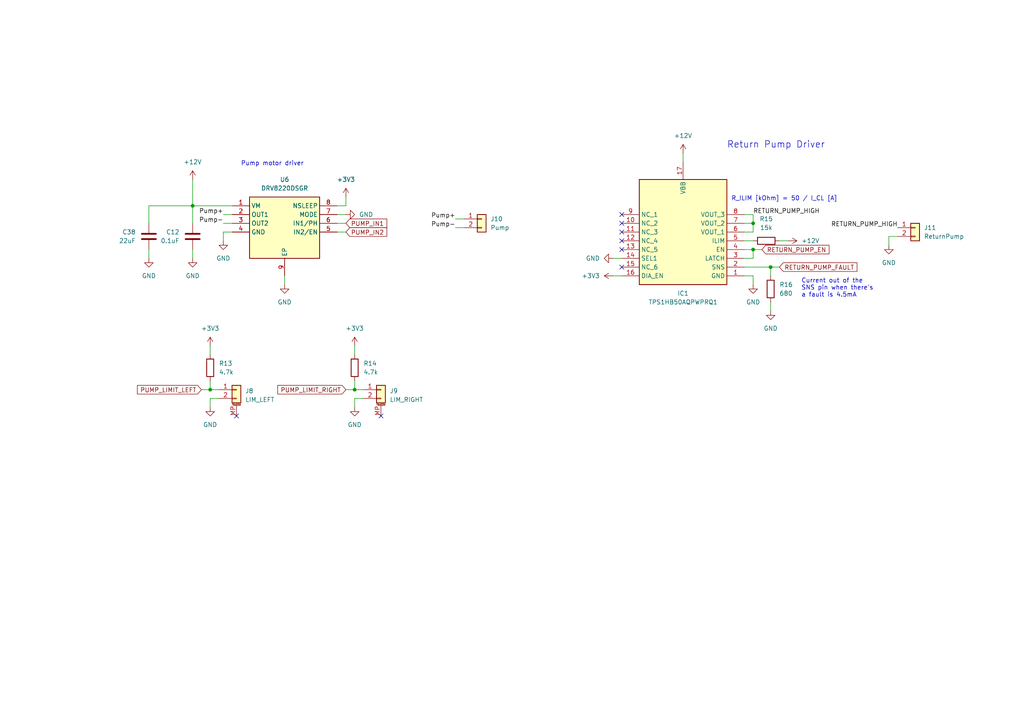
<source format=kicad_sch>
(kicad_sch (version 20231120) (generator "eeschema") (generator_version "8.0")
  (paper "A4")
  (lib_symbols
    (symbol "Connector_Generic:Conn_01x02" (pin_names (offset 1.016) hide)
      (property "Reference" "J" (at 0 2.54 0))
      (property "Value" "Conn_01x02" (at 0 -5.08 0))
      (symbol "Conn_01x02_1_1"
        (rectangle (start -1.27 -2.413) (end 0 -2.667) (stroke (width 0.1524)))
        (rectangle (start -1.27 0.127) (end 0 -0.127) (stroke (width 0.1524)))
        (rectangle (start -1.27 1.27) (end 1.27 -3.81) (stroke (width 0.254)) (fill (type background)))
        (pin passive line (at -5.08 0 0) (length 3.81) (name "Pin_1") (number "1"))
        (pin passive line (at -5.08 -2.54 0) (length 3.81) (name "Pin_2") (number "2"))
      )
    )
    (symbol "Connector_Generic_MountingPin:Conn_01x02_MountingPin" (pin_names (offset 1.016) hide)
      (property "Reference" "J" (at 0 2.54 0))
      (property "Value" "Conn_01x02_MountingPin" (at 1.27 -5.08 0))
      (symbol "Conn_01x02_MountingPin_1_1"
        (rectangle (start -1.27 -2.413) (end 0 -2.667) (stroke (width 0.1524)))
        (rectangle (start -1.27 0.127) (end 0 -0.127) (stroke (width 0.1524)))
        (rectangle (start -1.27 1.27) (end 1.27 -3.81) (stroke (width 0.254)) (fill (type background)))
        (polyline (pts (xy -1.016 -4.572) (xy 1.016 -4.572)) (stroke (width 0.1524)))
        (text "Mounting" (at 0 -4.191 0) (effects (font (size 0.381 0.381))))
        (pin passive line (at -5.08 0 0) (length 3.81) (name "Pin_1") (number "1"))
        (pin passive line (at -5.08 -2.54 0) (length 3.81) (name "Pin_2") (number "2"))
        (pin passive line (at 0 -7.62 90) (length 3.048) (name "MountPin") (number "MP"))
      )
    )
    (symbol "DRV8220DSGR:DRV8220DSGR"
      (property "Reference" "U" (at 26.67 7.62 0))
      (property "Value" "DRV8220DSGR" (at 26.67 5.08 0))
      (symbol "DRV8220DSGR_1_1"
        (rectangle (start 5.08 2.54) (end 25.4 -15.24) (stroke (width 0.254)) (fill (type background)))
        (pin passive line (at 0 0 0) (length 5.08) (name "VM") (number "1"))
        (pin passive line (at 0 -2.54 0) (length 5.08) (name "OUT1") (number "2"))
        (pin passive line (at 0 -5.08 0) (length 5.08) (name "OUT2") (number "3"))
        (pin passive line (at 0 -7.62 0) (length 5.08) (name "GND") (number "4"))
        (pin passive line (at 30.48 -7.62 180) (length 5.08) (name "IN2/EN") (number "5"))
        (pin passive line (at 30.48 -5.08 180) (length 5.08) (name "IN1/PH") (number "6"))
        (pin passive line (at 30.48 -2.54 180) (length 5.08) (name "MODE") (number "7"))
        (pin passive line (at 30.48 0 180) (length 5.08) (name "NSLEEP") (number "8"))
        (pin passive line (at 15.24 -20.32 90) (length 5.08) (name "EP") (number "9"))
      )
    )
    (symbol "Device:C" (pin_numbers hide) (pin_names (offset 0.254))
      (property "Reference" "C" (at 0.635 2.54 0))
      (property "Value" "C" (at 0.635 -2.54 0))
      (symbol "C_0_1"
        (polyline (pts (xy -2.032 -0.762) (xy 2.032 -0.762)) (stroke (width 0.508)))
        (polyline (pts (xy -2.032 0.762) (xy 2.032 0.762)) (stroke (width 0.508)))
      )
      (symbol "C_1_1"
        (pin passive line (at 0 3.81 270) (length 2.794) (name "~") (number "1"))
        (pin passive line (at 0 -3.81 90) (length 2.794) (name "~") (number "2"))
      )
    )
    (symbol "Device:R" (pin_numbers hide) (pin_names (offset 0))
      (property "Reference" "R" (at 2.032 0 90))
      (property "Value" "R" (at 0 0 90))
      (symbol "R_0_1"
        (rectangle (start -1.016 -2.54) (end 1.016 2.54) (stroke (width 0.254)))
      )
      (symbol "R_1_1"
        (pin passive line (at 0 3.81 270) (length 1.27) (name "~") (number "1"))
        (pin passive line (at 0 -3.81 90) (length 1.27) (name "~") (number "2"))
      )
    )
    (symbol "TPS1HB50AQPWPRQ1:TPS1HB50AQPWPRQ1"
      (property "Reference" "IC" (at 31.75 7.62 0))
      (property "Value" "TPS1HB50AQPWPRQ1" (at 31.75 5.08 0))
      (symbol "TPS1HB50AQPWPRQ1_1_1"
        (rectangle (start 5.08 2.54) (end 30.48 -27.94) (stroke (width 0.254)) (fill (type background)))
        (pin passive line (at 0 0 0) (length 5.08) (name "GND") (number "1"))
        (pin passive line (at 35.56 -15.24 180) (length 5.08) (name "NC_2") (number "10"))
        (pin passive line (at 35.56 -12.7 180) (length 5.08) (name "NC_3") (number "11"))
        (pin passive line (at 35.56 -10.16 180) (length 5.08) (name "NC_4") (number "12"))
        (pin passive line (at 35.56 -7.62 180) (length 5.08) (name "NC_5") (number "13"))
        (pin passive line (at 35.56 -5.08 180) (length 5.08) (name "SEL1") (number "14"))
        (pin passive line (at 35.56 -2.54 180) (length 5.08) (name "NC_6") (number "15"))
        (pin passive line (at 35.56 0 180) (length 5.08) (name "DIA_EN") (number "16"))
        (pin passive line (at 17.78 -33.02 90) (length 5.08) (name "VBB") (number "17"))
        (pin passive line (at 0 -2.54 0) (length 5.08) (name "SNS") (number "2"))
        (pin passive line (at 0 -5.08 0) (length 5.08) (name "LATCH") (number "3"))
        (pin passive line (at 0 -7.62 0) (length 5.08) (name "EN") (number "4"))
        (pin passive line (at 0 -10.16 0) (length 5.08) (name "ILIM") (number "5"))
        (pin passive line (at 0 -12.7 0) (length 5.08) (name "VOUT_1") (number "6"))
        (pin passive line (at 0 -15.24 0) (length 5.08) (name "VOUT_2") (number "7"))
        (pin passive line (at 0 -17.78 0) (length 5.08) (name "VOUT_3") (number "8"))
        (pin passive line (at 35.56 -17.78 180) (length 5.08) (name "NC_1") (number "9"))
      )
    )
    (symbol "power:+12V" (power) (pin_names (offset 0))
      (property "Value" "+12V" (at 0 3.556 0))
      (symbol "+12V_0_1"
        (polyline (pts (xy -0.762 1.27) (xy 0 2.54)))
        (polyline (pts (xy 0 0) (xy 0 2.54)))
        (polyline (pts (xy 0 2.54) (xy 0.762 1.27)))
      )
      (symbol "+12V_1_1"
        (pin power_in line (at 0 0 90) (length 0) hide (name "+12V") (number "1"))
      )
    )
    (symbol "power:+3V3" (power) (pin_names (offset 0))
      (property "Value" "+3V3" (at 0 3.556 0))
      (symbol "+3V3_0_1"
        (polyline (pts (xy -0.762 1.27) (xy 0 2.54)))
        (polyline (pts (xy 0 0) (xy 0 2.54)))
        (polyline (pts (xy 0 2.54) (xy 0.762 1.27)))
      )
      (symbol "+3V3_1_1"
        (pin power_in line (at 0 0 90) (length 0) hide (name "+3V3") (number "1"))
      )
    )
    (symbol "power:GND" (power) (pin_names (offset 0))
      (property "Value" "GND" (at 0 -3.81 0))
      (symbol "GND_0_1"
        (polyline (pts (xy 0 0) (xy 0 -1.27) (xy 1.27 -1.27) (xy 0 -2.54) (xy -1.27 -1.27) (xy 0 -1.27)))
      )
      (symbol "GND_1_1"
        (pin power_in line (at 0 0 270) (length 0) hide (name "GND") (number "1"))
      )
    )
  )
  (junction (at 55.88 59.69))
  (junction (at 223.52 77.47))
  (junction (at 218.44 72.39))
  (junction (at 102.87 113.03))
  (junction (at 60.96 113.03))
  (junction (at 218.44 64.77))
  (no_connect (at 110.49 120.65))
  (no_connect (at 180.34 62.23))
  (no_connect (at 180.34 72.39))
  (no_connect (at 180.34 69.85))
  (no_connect (at 68.58 120.65))
  (no_connect (at 180.34 67.31))
  (no_connect (at 180.34 77.47))
  (no_connect (at 180.34 64.77))
  (wire (pts (xy 97.79 67.31) (xy 100.33 67.31)))
  (wire (pts (xy 64.77 67.31) (xy 67.31 67.31)))
  (wire (pts (xy 60.96 100.33) (xy 60.96 102.87)))
  (wire (pts (xy 55.88 59.69) (xy 55.88 64.77)))
  (wire (pts (xy 55.88 52.07) (xy 55.88 59.69)))
  (wire (pts (xy 218.44 74.93) (xy 218.44 72.39)))
  (wire (pts (xy 60.96 118.11) (xy 60.96 115.57)))
  (wire (pts (xy 226.06 69.85) (xy 228.6 69.85)))
  (wire (pts (xy 82.55 80.01) (xy 82.55 82.55)))
  (wire (pts (xy 100.33 113.03) (xy 102.87 113.03)))
  (wire (pts (xy 223.52 77.47) (xy 223.52 80.01)))
  (wire (pts (xy 218.44 72.39) (xy 220.98 72.39)))
  (wire (pts (xy 64.77 69.85) (xy 64.77 67.31)))
  (wire (pts (xy 132.08 63.5) (xy 134.62 63.5)))
  (wire (pts (xy 60.96 113.03) (xy 63.5 113.03)))
  (wire (pts (xy 55.88 59.69) (xy 43.18 59.69)))
  (wire (pts (xy 215.9 72.39) (xy 218.44 72.39)))
  (wire (pts (xy 97.79 62.23) (xy 100.33 62.23)))
  (wire (pts (xy 223.52 87.63) (xy 223.52 90.17)))
  (wire (pts (xy 60.96 115.57) (xy 63.5 115.57)))
  (wire (pts (xy 215.9 77.47) (xy 223.52 77.47)))
  (wire (pts (xy 215.9 62.23) (xy 218.44 62.23)))
  (wire (pts (xy 134.62 66.04) (xy 132.08 66.04)))
  (wire (pts (xy 223.52 77.47) (xy 226.06 77.47)))
  (wire (pts (xy 43.18 72.39) (xy 43.18 74.93)))
  (wire (pts (xy 177.8 80.01) (xy 180.34 80.01)))
  (wire (pts (xy 218.44 62.23) (xy 218.44 64.77)))
  (wire (pts (xy 60.96 110.49) (xy 60.96 113.03)))
  (wire (pts (xy 215.9 80.01) (xy 218.44 80.01)))
  (wire (pts (xy 257.81 71.12) (xy 257.81 68.58)))
  (wire (pts (xy 218.44 82.55) (xy 218.44 80.01)))
  (wire (pts (xy 100.33 59.69) (xy 97.79 59.69)))
  (wire (pts (xy 102.87 115.57) (xy 105.41 115.57)))
  (wire (pts (xy 257.81 68.58) (xy 260.35 68.58)))
  (wire (pts (xy 55.88 72.39) (xy 55.88 74.93)))
  (wire (pts (xy 177.8 74.93) (xy 180.34 74.93)))
  (wire (pts (xy 102.87 110.49) (xy 102.87 113.03)))
  (wire (pts (xy 215.9 64.77) (xy 218.44 64.77)))
  (wire (pts (xy 58.42 113.03) (xy 60.96 113.03)))
  (wire (pts (xy 218.44 67.31) (xy 215.9 67.31)))
  (wire (pts (xy 215.9 74.93) (xy 218.44 74.93)))
  (wire (pts (xy 198.12 46.99) (xy 198.12 44.45)))
  (wire (pts (xy 215.9 69.85) (xy 218.44 69.85)))
  (wire (pts (xy 67.31 59.69) (xy 55.88 59.69)))
  (wire (pts (xy 102.87 118.11) (xy 102.87 115.57)))
  (wire (pts (xy 218.44 64.77) (xy 218.44 67.31)))
  (wire (pts (xy 102.87 100.33) (xy 102.87 102.87)))
  (wire (pts (xy 100.33 57.15) (xy 100.33 59.69)))
  (wire (pts (xy 97.79 64.77) (xy 100.33 64.77)))
  (wire (pts (xy 64.77 64.77) (xy 67.31 64.77)))
  (wire (pts (xy 43.18 59.69) (xy 43.18 64.77)))
  (wire (pts (xy 102.87 113.03) (xy 105.41 113.03)))
  (wire (pts (xy 64.77 62.23) (xy 67.31 62.23)))
  (text "R_ILIM [kOhm] = 50 / I_CL [A]" (at 212.09 58.42 0) (effects (font (size 1.27 1.27)) (justify left bottom)))
  (text "Current out of the\nSNS pin when there's\na fault is 4.5mA" (at 232.41 86.36 0) (effects (font (size 1.27 1.27)) (justify left bottom)))
  (text "Return Pump Driver" (at 210.82 43.18 0) (effects (font (size 1.905 1.905)) (justify left bottom)))
  (text "Pump motor driver" (at 69.85 48.26 0) (effects (font (size 1.27 1.27)) (justify left bottom)))
  (label "RETURN_PUMP_HIGH" (at 260.35 66.04 180))
  (label "RETURN_PUMP_HIGH" (at 218.44 62.23 0))
  (label "Pump+" (at 132.08 63.5 180))
  (label "Pump+" (at 64.77 62.23 180))
  (label "Pump-" (at 132.08 66.04 180))
  (label "Pump-" (at 64.77 64.77 180))
  (global_label "PUMP_IN1" (shape input) (at 100.33 64.77 0) (property "Intersheetrefs" "${INTERSHEET_REFS}" (effects (hide yes))))
  (global_label "RETURN_PUMP_FAULT" (shape input) (at 226.06 77.47 0) (property "Intersheetrefs" "${INTERSHEET_REFS}" (effects (hide yes))))
  (global_label "PUMP_LIMIT_LEFT" (shape input) (at 58.42 113.03 180) (property "Intersheetrefs" "${INTERSHEET_REFS}" (effects (hide yes))))
  (global_label "RETURN_PUMP_EN" (shape input) (at 220.98 72.39 0) (property "Intersheetrefs" "${INTERSHEET_REFS}" (effects (hide yes))))
  (global_label "PUMP_IN2" (shape input) (at 100.33 67.31 0) (property "Intersheetrefs" "${INTERSHEET_REFS}" (effects (hide yes))))
  (global_label "PUMP_LIMIT_RIGHT" (shape input) (at 100.33 113.03 180) (property "Intersheetrefs" "${INTERSHEET_REFS}" (effects (hide yes))))
  (symbol (lib_id "power:GND") (at 100.33 62.23 90) (unit 1)
    (property "Reference" "#PWR0152" (effects (hide yes)))
    (property "Value" "GND" (at 104.14 62.23 90) (effects (justify right)))
  )
  (symbol (lib_id "power:GND") (at 177.8 74.93 270) (unit 1)
    (property "Reference" "#PWR084" (effects (hide yes)))
    (property "Value" "GND" (at 173.99 74.93 90) (effects (justify right)))
  )
  (symbol (lib_id "TPS1HB50AQPWPRQ1:TPS1HB50AQPWPRQ1") (at 215.9 80.01 180) (unit 1)
    (property "Reference" "IC1" (at 198.12 85.09 0))
    (property "Value" "TPS1HB50AQPWPRQ1" (at 198.12 87.63 0))
    (property "Footprint" "Package_SO:HTSSOP-16-1EP_4.4x5mm_P0.65mm_EP3.4x5mm_Mask3x3mm_ThermalVias" (effects (hide yes)))
    (property "Datasheet" "https://www.ti.com/lit/ds/symlink/tps1hb50-q1.pdf?ts=1623230903557&ref_url=https%253A%252F%252Fwww.ti.com%252Fstore%252Fti%252Fen%252Fp%252Fproduct%252F%253Fp%253DTPS1HB50AQPWPRQ1%2526keyMatch%253DTPS1HB50AQPWPRQ1%2526tisearch%253Dsearch-everything%2526us" (effects (hide yes)))
    (property "Height" "1.2" (effects (hide yes)))
    (property "Manufacturer_Name" "Texas Instruments" (effects (hide yes)))
    (property "Manufacturer_Part_Number" "TPS1HB50AQPWPRQ1" (effects (hide yes)))
    (property "Mouser Part Number" "595-TPS1HB50AQPWPRQ1" (effects (hide yes)))
    (property "Mouser Price/Stock" "https://www.mouser.co.uk/ProductDetail/Texas-Instruments/TPS1HB50AQPWPRQ1?qs=KUoIvG%2F9Ilb5Sav9qhsjzQ%3D%3D" (effects (hide yes)))
  )
  (symbol (lib_id "power:+12V") (at 55.88 52.07 0) (mirror y) (unit 1)
    (property "Reference" "#PWR082" (effects (hide yes)))
    (property "Value" "+12V" (at 55.88 46.99 0))
  )
  (symbol (lib_id "power:+3V3") (at 102.87 100.33 0) (unit 1)
    (property "Reference" "#PWR080" (effects (hide yes)))
    (property "Value" "+3V3" (at 102.87 95.25 0))
  )
  (symbol (lib_id "Device:R") (at 102.87 106.68 0) (unit 1)
    (property "Reference" "R14" (at 105.41 105.41 0) (effects (justify left)))
    (property "Value" "4.7k" (at 105.41 107.95 0) (effects (justify left)))
    (property "Footprint" "Resistor_SMD:R_0603_1608Metric_Pad0.98x0.95mm_HandSolder" (effects (hide yes)))
  )
  (symbol (lib_id "Connector_Generic_MountingPin:Conn_01x02_MountingPin") (at 110.49 113.03 0) (unit 1)
    (property "Reference" "J9" (at 113.03 113.3856 0) (effects (justify left)))
    (property "Value" "LIM_RIGHT" (at 113.03 115.9256 0) (effects (justify left)))
    (property "Footprint" "Connector_JST:JST_SH_SM02B-SRSS-TB_1x02-1MP_P1.00mm_Horizontal" (effects (hide yes)))
  )
  (symbol (lib_id "DRV8220DSGR:DRV8220DSGR") (at 67.31 59.69 0) (unit 1)
    (property "Reference" "U6" (at 82.55 52.07 0))
    (property "Value" "DRV8220DSGR" (at 82.55 54.61 0))
    (property "Footprint" "footprints:SON50P200X200X80-9N" (effects (hide yes)))
    (property "Datasheet" "https://www.ti.com/lit/gpn/drv8220" (effects (hide yes)))
    (property "Height" "0.8" (effects (hide yes)))
    (property "Manufacturer_Name" "Texas Instruments" (effects (hide yes)))
    (property "Manufacturer_Part_Number" "DRV8220DSGR" (effects (hide yes)))
    (property "Mouser Part Number" "595-DRV8220DSGR" (effects (hide yes)))
    (property "Mouser Price/Stock" "https://www.mouser.co.uk/ProductDetail/Texas-Instruments/DRV8220DSGR?qs=A6eO%252BMLsxmR1BpX9iMystg%3D%3D" (effects (hide yes)))
    (property "Arrow Part Number" "DRV8220DSGR" (effects (hide yes)))
    (property "Arrow Price/Stock" "https://www.arrow.com/en/products/drv8220dsgr/texas-instruments?region=nac" (effects (hide yes)))
  )
  (symbol (lib_id "Device:R") (at 222.25 69.85 90) (unit 1)
    (property "Reference" "R15" (at 222.25 63.5 90))
    (property "Value" "15k" (at 222.25 66.04 90))
    (property "Footprint" "Resistor_SMD:R_0603_1608Metric_Pad0.98x0.95mm_HandSolder" (effects (hide yes)))
  )
  (symbol (lib_id "Connector_Generic:Conn_01x02") (at 265.43 66.04 0) (unit 1)
    (property "Reference" "J11" (at 267.97 66.04 0) (effects (justify left)))
    (property "Value" "ReturnPump" (at 267.97 68.58 0) (effects (justify left)))
    (property "Footprint" "Connector_JST:JST_XA_S02B-XASK-1_1x02_P2.50mm_Horizontal" (effects (hide yes)))
  )
  (symbol (lib_id "power:GND") (at 55.88 74.93 0) (mirror y) (unit 1)
    (property "Reference" "#PWR083" (effects (hide yes)))
    (property "Value" "GND" (at 55.88 80.01 0))
  )
  (symbol (lib_id "power:+3V3") (at 177.8 80.01 90) (unit 1)
    (property "Reference" "#PWR085" (effects (hide yes)))
    (property "Value" "+3V3" (at 173.99 80.01 90) (effects (justify left)))
  )
  (symbol (lib_id "power:GND") (at 102.87 118.11 0) (unit 1)
    (property "Reference" "#PWR081" (effects (hide yes)))
    (property "Value" "GND" (at 102.87 123.19 0))
  )
  (symbol (lib_id "power:GND") (at 82.55 82.55 0) (unit 1)
    (property "Reference" "#PWR079" (effects (hide yes)))
    (property "Value" "GND" (at 82.55 87.63 0))
  )
  (symbol (lib_id "power:GND") (at 64.77 69.85 0) (unit 1)
    (property "Reference" "#PWR0154" (effects (hide yes)))
    (property "Value" "GND" (at 64.77 74.93 0))
  )
  (symbol (lib_id "Device:R") (at 223.52 83.82 0) (unit 1)
    (property "Reference" "R16" (at 226.06 82.55 0) (effects (justify left)))
    (property "Value" "680" (at 226.06 85.09 0) (effects (justify left)))
    (property "Footprint" "Resistor_SMD:R_0603_1608Metric_Pad0.98x0.95mm_HandSolder" (effects (hide yes)))
  )
  (symbol (lib_id "Connector_Generic:Conn_01x02") (at 139.7 63.5 0) (unit 1)
    (property "Reference" "J10" (at 142.24 63.5 0) (effects (justify left)))
    (property "Value" "Pump" (at 142.24 66.04 0) (effects (justify left)))
    (property "Footprint" "Connector_JST:JST_XA_S02B-XASK-1_1x02_P2.50mm_Horizontal" (effects (hide yes)))
  )
  (symbol (lib_id "power:GND") (at 257.81 71.12 0) (unit 1)
    (property "Reference" "#PWR090" (effects (hide yes)))
    (property "Value" "GND" (at 257.81 76.2 0))
  )
  (symbol (lib_id "power:+3V3") (at 60.96 100.33 0) (unit 1)
    (property "Reference" "#PWR077" (effects (hide yes)))
    (property "Value" "+3V3" (at 60.96 95.25 0))
  )
  (symbol (lib_id "power:+3V3") (at 100.33 57.15 0) (unit 1)
    (property "Reference" "#PWR0153" (effects (hide yes)))
    (property "Value" "+3V3" (at 100.33 52.07 0))
  )
  (symbol (lib_id "power:+12V") (at 228.6 69.85 270) (unit 1)
    (property "Reference" "#PWR089" (effects (hide yes)))
    (property "Value" "+12V" (at 232.41 69.85 90) (effects (justify left)))
  )
  (symbol (lib_id "Connector_Generic_MountingPin:Conn_01x02_MountingPin") (at 68.58 113.03 0) (unit 1)
    (property "Reference" "J8" (at 71.12 113.3856 0) (effects (justify left)))
    (property "Value" "LIM_LEFT" (at 71.12 115.9256 0) (effects (justify left)))
    (property "Footprint" "Connector_JST:JST_SH_SM02B-SRSS-TB_1x02-1MP_P1.00mm_Horizontal" (effects (hide yes)))
  )
  (symbol (lib_id "Device:C") (at 43.18 68.58 0) (mirror y) (unit 1)
    (property "Reference" "C38" (at 39.37 67.31 0) (effects (justify left)))
    (property "Value" "22uF" (at 39.37 69.85 0) (effects (justify left)))
    (property "Footprint" "Capacitor_SMD:C_0805_2012Metric_Pad1.18x1.45mm_HandSolder" (effects (hide yes)))
    (property "p/n" "GRM21BR61E226ME44L" (effects (hide yes)))
  )
  (symbol (lib_id "Device:C") (at 55.88 68.58 0) (mirror y) (unit 1)
    (property "Reference" "C12" (at 52.07 67.31 0) (effects (justify left)))
    (property "Value" "0.1uF" (at 52.07 69.85 0) (effects (justify left)))
    (property "Footprint" "Capacitor_SMD:C_0603_1608Metric_Pad1.08x0.95mm_HandSolder" (effects (hide yes)))
    (property "info" "12V min" (effects (hide yes)))
  )
  (symbol (lib_id "power:+12V") (at 198.12 44.45 0) (unit 1)
    (property "Reference" "#PWR086" (effects (hide yes)))
    (property "Value" "+12V" (at 198.12 39.37 0))
  )
  (symbol (lib_id "power:GND") (at 43.18 74.93 0) (mirror y) (unit 1)
    (property "Reference" "#PWR0155" (effects (hide yes)))
    (property "Value" "GND" (at 43.18 80.01 0))
  )
  (symbol (lib_id "Device:R") (at 60.96 106.68 0) (unit 1)
    (property "Reference" "R13" (at 63.5 105.41 0) (effects (justify left)))
    (property "Value" "4.7k" (at 63.5 107.95 0) (effects (justify left)))
    (property "Footprint" "Resistor_SMD:R_0603_1608Metric_Pad0.98x0.95mm_HandSolder" (effects (hide yes)))
  )
  (symbol (lib_id "power:GND") (at 60.96 118.11 0) (unit 1)
    (property "Reference" "#PWR078" (effects (hide yes)))
    (property "Value" "GND" (at 60.96 123.19 0))
  )
  (symbol (lib_id "power:GND") (at 223.52 90.17 0) (unit 1)
    (property "Reference" "#PWR088" (effects (hide yes)))
    (property "Value" "GND" (at 223.52 95.25 0))
  )
  (symbol (lib_id "power:GND") (at 218.44 82.55 0) (unit 1)
    (property "Reference" "#PWR087" (effects (hide yes)))
    (property "Value" "GND" (at 218.44 87.63 0))
  )
)
</source>
